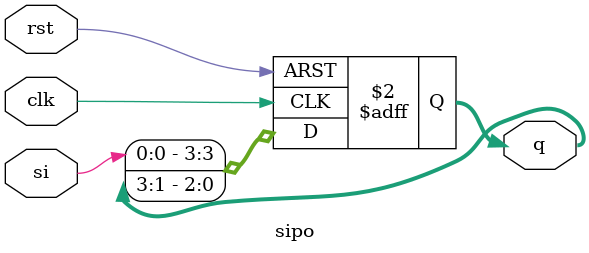
<source format=v>
module sipo(q,si,clk,rst);
output [3:0]q;
input si,clk,rst;
reg [3:0]q;
always @ (posedge clk or posedge rst)
begin
if(rst)
q<=4'b0;
else
q<={si,q[3:1]};
end
endmodule

</source>
